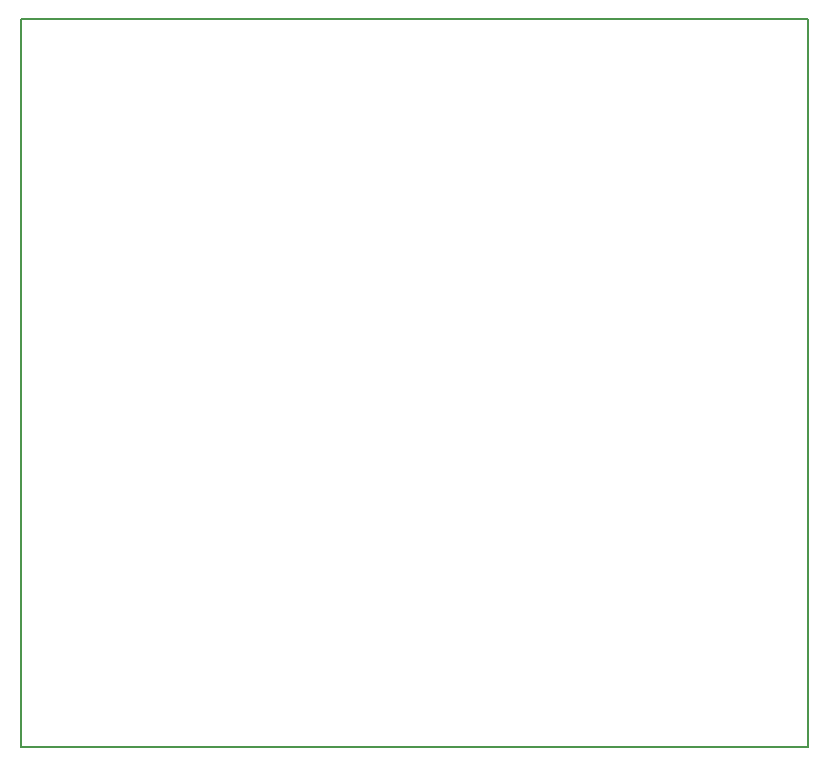
<source format=gbr>
G04 #@! TF.GenerationSoftware,KiCad,Pcbnew,5.0.0-fee4fd1~65~ubuntu17.10.1*
G04 #@! TF.CreationDate,2019-07-02T16:19:39-04:00*
G04 #@! TF.ProjectId,knuth-gateway,6B6E7574682D676174657761792E6B69,rev?*
G04 #@! TF.SameCoordinates,Original*
G04 #@! TF.FileFunction,Profile,NP*
%FSLAX46Y46*%
G04 Gerber Fmt 4.6, Leading zero omitted, Abs format (unit mm)*
G04 Created by KiCad (PCBNEW 5.0.0-fee4fd1~65~ubuntu17.10.1) date Tue Jul  2 16:19:39 2019*
%MOMM*%
%LPD*%
G01*
G04 APERTURE LIST*
%ADD10C,0.150000*%
%ADD11C,0.200000*%
G04 APERTURE END LIST*
D10*
X275590000Y-118110000D02*
X275590000Y-56515000D01*
D11*
X208915000Y-118110000D02*
X208915000Y-117475000D01*
X275590000Y-118110000D02*
X208915000Y-118110000D01*
X208915000Y-56515000D02*
X275590000Y-56515000D01*
X208915000Y-117475000D02*
X208915000Y-56515000D01*
M02*

</source>
